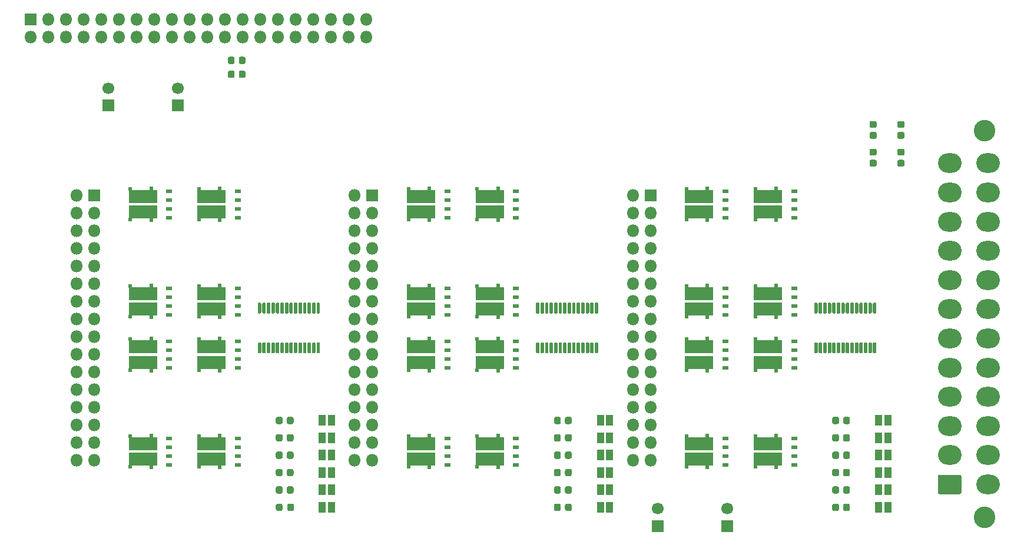
<source format=gbr>
%TF.GenerationSoftware,KiCad,Pcbnew,(5.1.6)-1*%
%TF.CreationDate,2020-07-03T16:53:40+09:00*%
%TF.ProjectId,PWM-PCA9685,50574d2d-5043-4413-9936-38352e6b6963,rev?*%
%TF.SameCoordinates,Original*%
%TF.FileFunction,Soldermask,Top*%
%TF.FilePolarity,Negative*%
%FSLAX46Y46*%
G04 Gerber Fmt 4.6, Leading zero omitted, Abs format (unit mm)*
G04 Created by KiCad (PCBNEW (5.1.6)-1) date 2020-07-03 16:53:40*
%MOMM*%
%LPD*%
G01*
G04 APERTURE LIST*
%ADD10C,1.700000*%
%ADD11R,1.700000X1.700000*%
%ADD12O,1.800000X1.800000*%
%ADD13R,1.800000X1.800000*%
%ADD14R,1.100000X1.600000*%
%ADD15R,0.610000X0.685000*%
%ADD16R,0.510000X0.570000*%
%ADD17R,4.090000X1.830000*%
%ADD18R,0.820000X0.510000*%
%ADD19C,3.100000*%
%ADD20O,3.400000X2.800000*%
G04 APERTURE END LIST*
%TO.C,R22*%
G36*
G01*
X149718750Y-47300000D02*
X150281250Y-47300000D01*
G75*
G02*
X150525000Y-47543750I0J-243750D01*
G01*
X150525000Y-48031250D01*
G75*
G02*
X150281250Y-48275000I-243750J0D01*
G01*
X149718750Y-48275000D01*
G75*
G02*
X149475000Y-48031250I0J243750D01*
G01*
X149475000Y-47543750D01*
G75*
G02*
X149718750Y-47300000I243750J0D01*
G01*
G37*
G36*
G01*
X149718750Y-45725000D02*
X150281250Y-45725000D01*
G75*
G02*
X150525000Y-45968750I0J-243750D01*
G01*
X150525000Y-46456250D01*
G75*
G02*
X150281250Y-46700000I-243750J0D01*
G01*
X149718750Y-46700000D01*
G75*
G02*
X149475000Y-46456250I0J243750D01*
G01*
X149475000Y-45968750D01*
G75*
G02*
X149718750Y-45725000I243750J0D01*
G01*
G37*
%TD*%
%TO.C,R21*%
G36*
G01*
X145718750Y-47300000D02*
X146281250Y-47300000D01*
G75*
G02*
X146525000Y-47543750I0J-243750D01*
G01*
X146525000Y-48031250D01*
G75*
G02*
X146281250Y-48275000I-243750J0D01*
G01*
X145718750Y-48275000D01*
G75*
G02*
X145475000Y-48031250I0J243750D01*
G01*
X145475000Y-47543750D01*
G75*
G02*
X145718750Y-47300000I243750J0D01*
G01*
G37*
G36*
G01*
X145718750Y-45725000D02*
X146281250Y-45725000D01*
G75*
G02*
X146525000Y-45968750I0J-243750D01*
G01*
X146525000Y-46456250D01*
G75*
G02*
X146281250Y-46700000I-243750J0D01*
G01*
X145718750Y-46700000D01*
G75*
G02*
X145475000Y-46456250I0J243750D01*
G01*
X145475000Y-45968750D01*
G75*
G02*
X145718750Y-45725000I243750J0D01*
G01*
G37*
%TD*%
%TO.C,D50*%
G36*
G01*
X149718750Y-43300000D02*
X150281250Y-43300000D01*
G75*
G02*
X150525000Y-43543750I0J-243750D01*
G01*
X150525000Y-44031250D01*
G75*
G02*
X150281250Y-44275000I-243750J0D01*
G01*
X149718750Y-44275000D01*
G75*
G02*
X149475000Y-44031250I0J243750D01*
G01*
X149475000Y-43543750D01*
G75*
G02*
X149718750Y-43300000I243750J0D01*
G01*
G37*
G36*
G01*
X149718750Y-41725000D02*
X150281250Y-41725000D01*
G75*
G02*
X150525000Y-41968750I0J-243750D01*
G01*
X150525000Y-42456250D01*
G75*
G02*
X150281250Y-42700000I-243750J0D01*
G01*
X149718750Y-42700000D01*
G75*
G02*
X149475000Y-42456250I0J243750D01*
G01*
X149475000Y-41968750D01*
G75*
G02*
X149718750Y-41725000I243750J0D01*
G01*
G37*
%TD*%
%TO.C,D49*%
G36*
G01*
X145718750Y-43300000D02*
X146281250Y-43300000D01*
G75*
G02*
X146525000Y-43543750I0J-243750D01*
G01*
X146525000Y-44031250D01*
G75*
G02*
X146281250Y-44275000I-243750J0D01*
G01*
X145718750Y-44275000D01*
G75*
G02*
X145475000Y-44031250I0J243750D01*
G01*
X145475000Y-43543750D01*
G75*
G02*
X145718750Y-43300000I243750J0D01*
G01*
G37*
G36*
G01*
X145718750Y-41725000D02*
X146281250Y-41725000D01*
G75*
G02*
X146525000Y-41968750I0J-243750D01*
G01*
X146525000Y-42456250D01*
G75*
G02*
X146281250Y-42700000I-243750J0D01*
G01*
X145718750Y-42700000D01*
G75*
G02*
X145475000Y-42456250I0J243750D01*
G01*
X145475000Y-41968750D01*
G75*
G02*
X145718750Y-41725000I243750J0D01*
G01*
G37*
%TD*%
D10*
%TO.C,C4*%
X46000000Y-37000000D03*
D11*
X46000000Y-39500000D03*
%TD*%
D10*
%TO.C,C3*%
X36000000Y-37000000D03*
D11*
X36000000Y-39500000D03*
%TD*%
D10*
%TO.C,C2*%
X125000000Y-97500000D03*
D11*
X125000000Y-100000000D03*
%TD*%
D10*
%TO.C,C1*%
X115000000Y-97500000D03*
D11*
X115000000Y-100000000D03*
%TD*%
D12*
%TO.C,J4*%
X73130000Y-29620000D03*
X73130000Y-27080000D03*
X70590000Y-29620000D03*
X70590000Y-27080000D03*
X68050000Y-29620000D03*
X68050000Y-27080000D03*
X65510000Y-29620000D03*
X65510000Y-27080000D03*
X62970000Y-29620000D03*
X62970000Y-27080000D03*
X60430000Y-29620000D03*
X60430000Y-27080000D03*
X57890000Y-29620000D03*
X57890000Y-27080000D03*
X55350000Y-29620000D03*
X55350000Y-27080000D03*
X52810000Y-29620000D03*
X52810000Y-27080000D03*
X50270000Y-29620000D03*
X50270000Y-27080000D03*
X47730000Y-29620000D03*
X47730000Y-27080000D03*
X45190000Y-29620000D03*
X45190000Y-27080000D03*
X42650000Y-29620000D03*
X42650000Y-27080000D03*
X40110000Y-29620000D03*
X40110000Y-27080000D03*
X37570000Y-29620000D03*
X37570000Y-27080000D03*
X35030000Y-29620000D03*
X35030000Y-27080000D03*
X32490000Y-29620000D03*
X32490000Y-27080000D03*
X29950000Y-29620000D03*
X29950000Y-27080000D03*
X27410000Y-29620000D03*
X27410000Y-27080000D03*
X24870000Y-29620000D03*
D13*
X24870000Y-27080000D03*
%TD*%
D12*
%TO.C,J1*%
X31460000Y-90550000D03*
X34000000Y-90550000D03*
X31460000Y-88010000D03*
X34000000Y-88010000D03*
X31460000Y-85470000D03*
X34000000Y-85470000D03*
X31460000Y-82930000D03*
X34000000Y-82930000D03*
X31460000Y-80390000D03*
X34000000Y-80390000D03*
X31460000Y-77850000D03*
X34000000Y-77850000D03*
X31460000Y-75310000D03*
X34000000Y-75310000D03*
X31460000Y-72770000D03*
X34000000Y-72770000D03*
X31460000Y-70230000D03*
X34000000Y-70230000D03*
X31460000Y-67690000D03*
X34000000Y-67690000D03*
X31460000Y-65150000D03*
X34000000Y-65150000D03*
X31460000Y-62610000D03*
X34000000Y-62610000D03*
X31460000Y-60070000D03*
X34000000Y-60070000D03*
X31460000Y-57530000D03*
X34000000Y-57530000D03*
X31460000Y-54990000D03*
X34000000Y-54990000D03*
X31460000Y-52450000D03*
D13*
X34000000Y-52450000D03*
%TD*%
D12*
%TO.C,J2*%
X71460000Y-90550000D03*
X74000000Y-90550000D03*
X71460000Y-88010000D03*
X74000000Y-88010000D03*
X71460000Y-85470000D03*
X74000000Y-85470000D03*
X71460000Y-82930000D03*
X74000000Y-82930000D03*
X71460000Y-80390000D03*
X74000000Y-80390000D03*
X71460000Y-77850000D03*
X74000000Y-77850000D03*
X71460000Y-75310000D03*
X74000000Y-75310000D03*
X71460000Y-72770000D03*
X74000000Y-72770000D03*
X71460000Y-70230000D03*
X74000000Y-70230000D03*
X71460000Y-67690000D03*
X74000000Y-67690000D03*
X71460000Y-65150000D03*
X74000000Y-65150000D03*
X71460000Y-62610000D03*
X74000000Y-62610000D03*
X71460000Y-60070000D03*
X74000000Y-60070000D03*
X71460000Y-57530000D03*
X74000000Y-57530000D03*
X71460000Y-54990000D03*
X74000000Y-54990000D03*
X71460000Y-52450000D03*
D13*
X74000000Y-52450000D03*
%TD*%
D12*
%TO.C,J3*%
X111460000Y-90550000D03*
X114000000Y-90550000D03*
X111460000Y-88010000D03*
X114000000Y-88010000D03*
X111460000Y-85470000D03*
X114000000Y-85470000D03*
X111460000Y-82930000D03*
X114000000Y-82930000D03*
X111460000Y-80390000D03*
X114000000Y-80390000D03*
X111460000Y-77850000D03*
X114000000Y-77850000D03*
X111460000Y-75310000D03*
X114000000Y-75310000D03*
X111460000Y-72770000D03*
X114000000Y-72770000D03*
X111460000Y-70230000D03*
X114000000Y-70230000D03*
X111460000Y-67690000D03*
X114000000Y-67690000D03*
X111460000Y-65150000D03*
X114000000Y-65150000D03*
X111460000Y-62610000D03*
X114000000Y-62610000D03*
X111460000Y-60070000D03*
X114000000Y-60070000D03*
X111460000Y-57530000D03*
X114000000Y-57530000D03*
X111460000Y-54990000D03*
X114000000Y-54990000D03*
X111460000Y-52450000D03*
D13*
X114000000Y-52450000D03*
%TD*%
D14*
%TO.C,JP18*%
X148100000Y-84800000D03*
X146800000Y-84800000D03*
%TD*%
%TO.C,JP17*%
X148100000Y-87300000D03*
X146800000Y-87300000D03*
%TD*%
%TO.C,JP16*%
X148100000Y-89800000D03*
X146800000Y-89800000D03*
%TD*%
%TO.C,JP15*%
X148100000Y-92300000D03*
X146800000Y-92300000D03*
%TD*%
%TO.C,JP14*%
X148100000Y-94800000D03*
X146800000Y-94800000D03*
%TD*%
%TO.C,JP13*%
X148100000Y-97300000D03*
X146800000Y-97300000D03*
%TD*%
%TO.C,JP12*%
X108100000Y-84800000D03*
X106800000Y-84800000D03*
%TD*%
%TO.C,JP11*%
X108100000Y-87300000D03*
X106800000Y-87300000D03*
%TD*%
%TO.C,JP10*%
X108100000Y-89800000D03*
X106800000Y-89800000D03*
%TD*%
%TO.C,JP9*%
X108100000Y-92300000D03*
X106800000Y-92300000D03*
%TD*%
%TO.C,JP8*%
X108100000Y-94800000D03*
X106800000Y-94800000D03*
%TD*%
%TO.C,JP7*%
X108100000Y-97300000D03*
X106800000Y-97300000D03*
%TD*%
%TO.C,JP6*%
X68100000Y-84800000D03*
X66800000Y-84800000D03*
%TD*%
%TO.C,JP5*%
X68100000Y-87300000D03*
X66800000Y-87300000D03*
%TD*%
%TO.C,JP4*%
X68100000Y-89800000D03*
X66800000Y-89800000D03*
%TD*%
%TO.C,JP3*%
X68100000Y-92300000D03*
X66800000Y-92300000D03*
%TD*%
%TO.C,JP2*%
X68100000Y-94800000D03*
X66800000Y-94800000D03*
%TD*%
%TO.C,JP1*%
X68100000Y-97300000D03*
X66800000Y-97300000D03*
%TD*%
%TO.C,U1*%
G36*
G01*
X57900000Y-69425000D02*
X57650000Y-69425000D01*
G75*
G02*
X57525000Y-69300000I0J125000D01*
G01*
X57525000Y-67975000D01*
G75*
G02*
X57650000Y-67850000I125000J0D01*
G01*
X57900000Y-67850000D01*
G75*
G02*
X58025000Y-67975000I0J-125000D01*
G01*
X58025000Y-69300000D01*
G75*
G02*
X57900000Y-69425000I-125000J0D01*
G01*
G37*
G36*
G01*
X58550000Y-69425000D02*
X58300000Y-69425000D01*
G75*
G02*
X58175000Y-69300000I0J125000D01*
G01*
X58175000Y-67975000D01*
G75*
G02*
X58300000Y-67850000I125000J0D01*
G01*
X58550000Y-67850000D01*
G75*
G02*
X58675000Y-67975000I0J-125000D01*
G01*
X58675000Y-69300000D01*
G75*
G02*
X58550000Y-69425000I-125000J0D01*
G01*
G37*
G36*
G01*
X59200000Y-69425000D02*
X58950000Y-69425000D01*
G75*
G02*
X58825000Y-69300000I0J125000D01*
G01*
X58825000Y-67975000D01*
G75*
G02*
X58950000Y-67850000I125000J0D01*
G01*
X59200000Y-67850000D01*
G75*
G02*
X59325000Y-67975000I0J-125000D01*
G01*
X59325000Y-69300000D01*
G75*
G02*
X59200000Y-69425000I-125000J0D01*
G01*
G37*
G36*
G01*
X59850000Y-69425000D02*
X59600000Y-69425000D01*
G75*
G02*
X59475000Y-69300000I0J125000D01*
G01*
X59475000Y-67975000D01*
G75*
G02*
X59600000Y-67850000I125000J0D01*
G01*
X59850000Y-67850000D01*
G75*
G02*
X59975000Y-67975000I0J-125000D01*
G01*
X59975000Y-69300000D01*
G75*
G02*
X59850000Y-69425000I-125000J0D01*
G01*
G37*
G36*
G01*
X60500000Y-69425000D02*
X60250000Y-69425000D01*
G75*
G02*
X60125000Y-69300000I0J125000D01*
G01*
X60125000Y-67975000D01*
G75*
G02*
X60250000Y-67850000I125000J0D01*
G01*
X60500000Y-67850000D01*
G75*
G02*
X60625000Y-67975000I0J-125000D01*
G01*
X60625000Y-69300000D01*
G75*
G02*
X60500000Y-69425000I-125000J0D01*
G01*
G37*
G36*
G01*
X61150000Y-69425000D02*
X60900000Y-69425000D01*
G75*
G02*
X60775000Y-69300000I0J125000D01*
G01*
X60775000Y-67975000D01*
G75*
G02*
X60900000Y-67850000I125000J0D01*
G01*
X61150000Y-67850000D01*
G75*
G02*
X61275000Y-67975000I0J-125000D01*
G01*
X61275000Y-69300000D01*
G75*
G02*
X61150000Y-69425000I-125000J0D01*
G01*
G37*
G36*
G01*
X61800000Y-69425000D02*
X61550000Y-69425000D01*
G75*
G02*
X61425000Y-69300000I0J125000D01*
G01*
X61425000Y-67975000D01*
G75*
G02*
X61550000Y-67850000I125000J0D01*
G01*
X61800000Y-67850000D01*
G75*
G02*
X61925000Y-67975000I0J-125000D01*
G01*
X61925000Y-69300000D01*
G75*
G02*
X61800000Y-69425000I-125000J0D01*
G01*
G37*
G36*
G01*
X62450000Y-69425000D02*
X62200000Y-69425000D01*
G75*
G02*
X62075000Y-69300000I0J125000D01*
G01*
X62075000Y-67975000D01*
G75*
G02*
X62200000Y-67850000I125000J0D01*
G01*
X62450000Y-67850000D01*
G75*
G02*
X62575000Y-67975000I0J-125000D01*
G01*
X62575000Y-69300000D01*
G75*
G02*
X62450000Y-69425000I-125000J0D01*
G01*
G37*
G36*
G01*
X63100000Y-69425000D02*
X62850000Y-69425000D01*
G75*
G02*
X62725000Y-69300000I0J125000D01*
G01*
X62725000Y-67975000D01*
G75*
G02*
X62850000Y-67850000I125000J0D01*
G01*
X63100000Y-67850000D01*
G75*
G02*
X63225000Y-67975000I0J-125000D01*
G01*
X63225000Y-69300000D01*
G75*
G02*
X63100000Y-69425000I-125000J0D01*
G01*
G37*
G36*
G01*
X63750000Y-69425000D02*
X63500000Y-69425000D01*
G75*
G02*
X63375000Y-69300000I0J125000D01*
G01*
X63375000Y-67975000D01*
G75*
G02*
X63500000Y-67850000I125000J0D01*
G01*
X63750000Y-67850000D01*
G75*
G02*
X63875000Y-67975000I0J-125000D01*
G01*
X63875000Y-69300000D01*
G75*
G02*
X63750000Y-69425000I-125000J0D01*
G01*
G37*
G36*
G01*
X64400000Y-69425000D02*
X64150000Y-69425000D01*
G75*
G02*
X64025000Y-69300000I0J125000D01*
G01*
X64025000Y-67975000D01*
G75*
G02*
X64150000Y-67850000I125000J0D01*
G01*
X64400000Y-67850000D01*
G75*
G02*
X64525000Y-67975000I0J-125000D01*
G01*
X64525000Y-69300000D01*
G75*
G02*
X64400000Y-69425000I-125000J0D01*
G01*
G37*
G36*
G01*
X65050000Y-69425000D02*
X64800000Y-69425000D01*
G75*
G02*
X64675000Y-69300000I0J125000D01*
G01*
X64675000Y-67975000D01*
G75*
G02*
X64800000Y-67850000I125000J0D01*
G01*
X65050000Y-67850000D01*
G75*
G02*
X65175000Y-67975000I0J-125000D01*
G01*
X65175000Y-69300000D01*
G75*
G02*
X65050000Y-69425000I-125000J0D01*
G01*
G37*
G36*
G01*
X65700000Y-69425000D02*
X65450000Y-69425000D01*
G75*
G02*
X65325000Y-69300000I0J125000D01*
G01*
X65325000Y-67975000D01*
G75*
G02*
X65450000Y-67850000I125000J0D01*
G01*
X65700000Y-67850000D01*
G75*
G02*
X65825000Y-67975000I0J-125000D01*
G01*
X65825000Y-69300000D01*
G75*
G02*
X65700000Y-69425000I-125000J0D01*
G01*
G37*
G36*
G01*
X66350000Y-69425000D02*
X66100000Y-69425000D01*
G75*
G02*
X65975000Y-69300000I0J125000D01*
G01*
X65975000Y-67975000D01*
G75*
G02*
X66100000Y-67850000I125000J0D01*
G01*
X66350000Y-67850000D01*
G75*
G02*
X66475000Y-67975000I0J-125000D01*
G01*
X66475000Y-69300000D01*
G75*
G02*
X66350000Y-69425000I-125000J0D01*
G01*
G37*
G36*
G01*
X66350000Y-75150000D02*
X66100000Y-75150000D01*
G75*
G02*
X65975000Y-75025000I0J125000D01*
G01*
X65975000Y-73700000D01*
G75*
G02*
X66100000Y-73575000I125000J0D01*
G01*
X66350000Y-73575000D01*
G75*
G02*
X66475000Y-73700000I0J-125000D01*
G01*
X66475000Y-75025000D01*
G75*
G02*
X66350000Y-75150000I-125000J0D01*
G01*
G37*
G36*
G01*
X65700000Y-75150000D02*
X65450000Y-75150000D01*
G75*
G02*
X65325000Y-75025000I0J125000D01*
G01*
X65325000Y-73700000D01*
G75*
G02*
X65450000Y-73575000I125000J0D01*
G01*
X65700000Y-73575000D01*
G75*
G02*
X65825000Y-73700000I0J-125000D01*
G01*
X65825000Y-75025000D01*
G75*
G02*
X65700000Y-75150000I-125000J0D01*
G01*
G37*
G36*
G01*
X65050000Y-75150000D02*
X64800000Y-75150000D01*
G75*
G02*
X64675000Y-75025000I0J125000D01*
G01*
X64675000Y-73700000D01*
G75*
G02*
X64800000Y-73575000I125000J0D01*
G01*
X65050000Y-73575000D01*
G75*
G02*
X65175000Y-73700000I0J-125000D01*
G01*
X65175000Y-75025000D01*
G75*
G02*
X65050000Y-75150000I-125000J0D01*
G01*
G37*
G36*
G01*
X64400000Y-75150000D02*
X64150000Y-75150000D01*
G75*
G02*
X64025000Y-75025000I0J125000D01*
G01*
X64025000Y-73700000D01*
G75*
G02*
X64150000Y-73575000I125000J0D01*
G01*
X64400000Y-73575000D01*
G75*
G02*
X64525000Y-73700000I0J-125000D01*
G01*
X64525000Y-75025000D01*
G75*
G02*
X64400000Y-75150000I-125000J0D01*
G01*
G37*
G36*
G01*
X63750000Y-75150000D02*
X63500000Y-75150000D01*
G75*
G02*
X63375000Y-75025000I0J125000D01*
G01*
X63375000Y-73700000D01*
G75*
G02*
X63500000Y-73575000I125000J0D01*
G01*
X63750000Y-73575000D01*
G75*
G02*
X63875000Y-73700000I0J-125000D01*
G01*
X63875000Y-75025000D01*
G75*
G02*
X63750000Y-75150000I-125000J0D01*
G01*
G37*
G36*
G01*
X63100000Y-75150000D02*
X62850000Y-75150000D01*
G75*
G02*
X62725000Y-75025000I0J125000D01*
G01*
X62725000Y-73700000D01*
G75*
G02*
X62850000Y-73575000I125000J0D01*
G01*
X63100000Y-73575000D01*
G75*
G02*
X63225000Y-73700000I0J-125000D01*
G01*
X63225000Y-75025000D01*
G75*
G02*
X63100000Y-75150000I-125000J0D01*
G01*
G37*
G36*
G01*
X62450000Y-75150000D02*
X62200000Y-75150000D01*
G75*
G02*
X62075000Y-75025000I0J125000D01*
G01*
X62075000Y-73700000D01*
G75*
G02*
X62200000Y-73575000I125000J0D01*
G01*
X62450000Y-73575000D01*
G75*
G02*
X62575000Y-73700000I0J-125000D01*
G01*
X62575000Y-75025000D01*
G75*
G02*
X62450000Y-75150000I-125000J0D01*
G01*
G37*
G36*
G01*
X61800000Y-75150000D02*
X61550000Y-75150000D01*
G75*
G02*
X61425000Y-75025000I0J125000D01*
G01*
X61425000Y-73700000D01*
G75*
G02*
X61550000Y-73575000I125000J0D01*
G01*
X61800000Y-73575000D01*
G75*
G02*
X61925000Y-73700000I0J-125000D01*
G01*
X61925000Y-75025000D01*
G75*
G02*
X61800000Y-75150000I-125000J0D01*
G01*
G37*
G36*
G01*
X61150000Y-75150000D02*
X60900000Y-75150000D01*
G75*
G02*
X60775000Y-75025000I0J125000D01*
G01*
X60775000Y-73700000D01*
G75*
G02*
X60900000Y-73575000I125000J0D01*
G01*
X61150000Y-73575000D01*
G75*
G02*
X61275000Y-73700000I0J-125000D01*
G01*
X61275000Y-75025000D01*
G75*
G02*
X61150000Y-75150000I-125000J0D01*
G01*
G37*
G36*
G01*
X60500000Y-75150000D02*
X60250000Y-75150000D01*
G75*
G02*
X60125000Y-75025000I0J125000D01*
G01*
X60125000Y-73700000D01*
G75*
G02*
X60250000Y-73575000I125000J0D01*
G01*
X60500000Y-73575000D01*
G75*
G02*
X60625000Y-73700000I0J-125000D01*
G01*
X60625000Y-75025000D01*
G75*
G02*
X60500000Y-75150000I-125000J0D01*
G01*
G37*
G36*
G01*
X59850000Y-75150000D02*
X59600000Y-75150000D01*
G75*
G02*
X59475000Y-75025000I0J125000D01*
G01*
X59475000Y-73700000D01*
G75*
G02*
X59600000Y-73575000I125000J0D01*
G01*
X59850000Y-73575000D01*
G75*
G02*
X59975000Y-73700000I0J-125000D01*
G01*
X59975000Y-75025000D01*
G75*
G02*
X59850000Y-75150000I-125000J0D01*
G01*
G37*
G36*
G01*
X59200000Y-75150000D02*
X58950000Y-75150000D01*
G75*
G02*
X58825000Y-75025000I0J125000D01*
G01*
X58825000Y-73700000D01*
G75*
G02*
X58950000Y-73575000I125000J0D01*
G01*
X59200000Y-73575000D01*
G75*
G02*
X59325000Y-73700000I0J-125000D01*
G01*
X59325000Y-75025000D01*
G75*
G02*
X59200000Y-75150000I-125000J0D01*
G01*
G37*
G36*
G01*
X58550000Y-75150000D02*
X58300000Y-75150000D01*
G75*
G02*
X58175000Y-75025000I0J125000D01*
G01*
X58175000Y-73700000D01*
G75*
G02*
X58300000Y-73575000I125000J0D01*
G01*
X58550000Y-73575000D01*
G75*
G02*
X58675000Y-73700000I0J-125000D01*
G01*
X58675000Y-75025000D01*
G75*
G02*
X58550000Y-75150000I-125000J0D01*
G01*
G37*
G36*
G01*
X57900000Y-75150000D02*
X57650000Y-75150000D01*
G75*
G02*
X57525000Y-75025000I0J125000D01*
G01*
X57525000Y-73700000D01*
G75*
G02*
X57650000Y-73575000I125000J0D01*
G01*
X57900000Y-73575000D01*
G75*
G02*
X58025000Y-73700000I0J-125000D01*
G01*
X58025000Y-75025000D01*
G75*
G02*
X57900000Y-75150000I-125000J0D01*
G01*
G37*
%TD*%
%TO.C,U3*%
G36*
G01*
X137900000Y-69425000D02*
X137650000Y-69425000D01*
G75*
G02*
X137525000Y-69300000I0J125000D01*
G01*
X137525000Y-67975000D01*
G75*
G02*
X137650000Y-67850000I125000J0D01*
G01*
X137900000Y-67850000D01*
G75*
G02*
X138025000Y-67975000I0J-125000D01*
G01*
X138025000Y-69300000D01*
G75*
G02*
X137900000Y-69425000I-125000J0D01*
G01*
G37*
G36*
G01*
X138550000Y-69425000D02*
X138300000Y-69425000D01*
G75*
G02*
X138175000Y-69300000I0J125000D01*
G01*
X138175000Y-67975000D01*
G75*
G02*
X138300000Y-67850000I125000J0D01*
G01*
X138550000Y-67850000D01*
G75*
G02*
X138675000Y-67975000I0J-125000D01*
G01*
X138675000Y-69300000D01*
G75*
G02*
X138550000Y-69425000I-125000J0D01*
G01*
G37*
G36*
G01*
X139200000Y-69425000D02*
X138950000Y-69425000D01*
G75*
G02*
X138825000Y-69300000I0J125000D01*
G01*
X138825000Y-67975000D01*
G75*
G02*
X138950000Y-67850000I125000J0D01*
G01*
X139200000Y-67850000D01*
G75*
G02*
X139325000Y-67975000I0J-125000D01*
G01*
X139325000Y-69300000D01*
G75*
G02*
X139200000Y-69425000I-125000J0D01*
G01*
G37*
G36*
G01*
X139850000Y-69425000D02*
X139600000Y-69425000D01*
G75*
G02*
X139475000Y-69300000I0J125000D01*
G01*
X139475000Y-67975000D01*
G75*
G02*
X139600000Y-67850000I125000J0D01*
G01*
X139850000Y-67850000D01*
G75*
G02*
X139975000Y-67975000I0J-125000D01*
G01*
X139975000Y-69300000D01*
G75*
G02*
X139850000Y-69425000I-125000J0D01*
G01*
G37*
G36*
G01*
X140500000Y-69425000D02*
X140250000Y-69425000D01*
G75*
G02*
X140125000Y-69300000I0J125000D01*
G01*
X140125000Y-67975000D01*
G75*
G02*
X140250000Y-67850000I125000J0D01*
G01*
X140500000Y-67850000D01*
G75*
G02*
X140625000Y-67975000I0J-125000D01*
G01*
X140625000Y-69300000D01*
G75*
G02*
X140500000Y-69425000I-125000J0D01*
G01*
G37*
G36*
G01*
X141150000Y-69425000D02*
X140900000Y-69425000D01*
G75*
G02*
X140775000Y-69300000I0J125000D01*
G01*
X140775000Y-67975000D01*
G75*
G02*
X140900000Y-67850000I125000J0D01*
G01*
X141150000Y-67850000D01*
G75*
G02*
X141275000Y-67975000I0J-125000D01*
G01*
X141275000Y-69300000D01*
G75*
G02*
X141150000Y-69425000I-125000J0D01*
G01*
G37*
G36*
G01*
X141800000Y-69425000D02*
X141550000Y-69425000D01*
G75*
G02*
X141425000Y-69300000I0J125000D01*
G01*
X141425000Y-67975000D01*
G75*
G02*
X141550000Y-67850000I125000J0D01*
G01*
X141800000Y-67850000D01*
G75*
G02*
X141925000Y-67975000I0J-125000D01*
G01*
X141925000Y-69300000D01*
G75*
G02*
X141800000Y-69425000I-125000J0D01*
G01*
G37*
G36*
G01*
X142450000Y-69425000D02*
X142200000Y-69425000D01*
G75*
G02*
X142075000Y-69300000I0J125000D01*
G01*
X142075000Y-67975000D01*
G75*
G02*
X142200000Y-67850000I125000J0D01*
G01*
X142450000Y-67850000D01*
G75*
G02*
X142575000Y-67975000I0J-125000D01*
G01*
X142575000Y-69300000D01*
G75*
G02*
X142450000Y-69425000I-125000J0D01*
G01*
G37*
G36*
G01*
X143100000Y-69425000D02*
X142850000Y-69425000D01*
G75*
G02*
X142725000Y-69300000I0J125000D01*
G01*
X142725000Y-67975000D01*
G75*
G02*
X142850000Y-67850000I125000J0D01*
G01*
X143100000Y-67850000D01*
G75*
G02*
X143225000Y-67975000I0J-125000D01*
G01*
X143225000Y-69300000D01*
G75*
G02*
X143100000Y-69425000I-125000J0D01*
G01*
G37*
G36*
G01*
X143750000Y-69425000D02*
X143500000Y-69425000D01*
G75*
G02*
X143375000Y-69300000I0J125000D01*
G01*
X143375000Y-67975000D01*
G75*
G02*
X143500000Y-67850000I125000J0D01*
G01*
X143750000Y-67850000D01*
G75*
G02*
X143875000Y-67975000I0J-125000D01*
G01*
X143875000Y-69300000D01*
G75*
G02*
X143750000Y-69425000I-125000J0D01*
G01*
G37*
G36*
G01*
X144400000Y-69425000D02*
X144150000Y-69425000D01*
G75*
G02*
X144025000Y-69300000I0J125000D01*
G01*
X144025000Y-67975000D01*
G75*
G02*
X144150000Y-67850000I125000J0D01*
G01*
X144400000Y-67850000D01*
G75*
G02*
X144525000Y-67975000I0J-125000D01*
G01*
X144525000Y-69300000D01*
G75*
G02*
X144400000Y-69425000I-125000J0D01*
G01*
G37*
G36*
G01*
X145050000Y-69425000D02*
X144800000Y-69425000D01*
G75*
G02*
X144675000Y-69300000I0J125000D01*
G01*
X144675000Y-67975000D01*
G75*
G02*
X144800000Y-67850000I125000J0D01*
G01*
X145050000Y-67850000D01*
G75*
G02*
X145175000Y-67975000I0J-125000D01*
G01*
X145175000Y-69300000D01*
G75*
G02*
X145050000Y-69425000I-125000J0D01*
G01*
G37*
G36*
G01*
X145700000Y-69425000D02*
X145450000Y-69425000D01*
G75*
G02*
X145325000Y-69300000I0J125000D01*
G01*
X145325000Y-67975000D01*
G75*
G02*
X145450000Y-67850000I125000J0D01*
G01*
X145700000Y-67850000D01*
G75*
G02*
X145825000Y-67975000I0J-125000D01*
G01*
X145825000Y-69300000D01*
G75*
G02*
X145700000Y-69425000I-125000J0D01*
G01*
G37*
G36*
G01*
X146350000Y-69425000D02*
X146100000Y-69425000D01*
G75*
G02*
X145975000Y-69300000I0J125000D01*
G01*
X145975000Y-67975000D01*
G75*
G02*
X146100000Y-67850000I125000J0D01*
G01*
X146350000Y-67850000D01*
G75*
G02*
X146475000Y-67975000I0J-125000D01*
G01*
X146475000Y-69300000D01*
G75*
G02*
X146350000Y-69425000I-125000J0D01*
G01*
G37*
G36*
G01*
X146350000Y-75150000D02*
X146100000Y-75150000D01*
G75*
G02*
X145975000Y-75025000I0J125000D01*
G01*
X145975000Y-73700000D01*
G75*
G02*
X146100000Y-73575000I125000J0D01*
G01*
X146350000Y-73575000D01*
G75*
G02*
X146475000Y-73700000I0J-125000D01*
G01*
X146475000Y-75025000D01*
G75*
G02*
X146350000Y-75150000I-125000J0D01*
G01*
G37*
G36*
G01*
X145700000Y-75150000D02*
X145450000Y-75150000D01*
G75*
G02*
X145325000Y-75025000I0J125000D01*
G01*
X145325000Y-73700000D01*
G75*
G02*
X145450000Y-73575000I125000J0D01*
G01*
X145700000Y-73575000D01*
G75*
G02*
X145825000Y-73700000I0J-125000D01*
G01*
X145825000Y-75025000D01*
G75*
G02*
X145700000Y-75150000I-125000J0D01*
G01*
G37*
G36*
G01*
X145050000Y-75150000D02*
X144800000Y-75150000D01*
G75*
G02*
X144675000Y-75025000I0J125000D01*
G01*
X144675000Y-73700000D01*
G75*
G02*
X144800000Y-73575000I125000J0D01*
G01*
X145050000Y-73575000D01*
G75*
G02*
X145175000Y-73700000I0J-125000D01*
G01*
X145175000Y-75025000D01*
G75*
G02*
X145050000Y-75150000I-125000J0D01*
G01*
G37*
G36*
G01*
X144400000Y-75150000D02*
X144150000Y-75150000D01*
G75*
G02*
X144025000Y-75025000I0J125000D01*
G01*
X144025000Y-73700000D01*
G75*
G02*
X144150000Y-73575000I125000J0D01*
G01*
X144400000Y-73575000D01*
G75*
G02*
X144525000Y-73700000I0J-125000D01*
G01*
X144525000Y-75025000D01*
G75*
G02*
X144400000Y-75150000I-125000J0D01*
G01*
G37*
G36*
G01*
X143750000Y-75150000D02*
X143500000Y-75150000D01*
G75*
G02*
X143375000Y-75025000I0J125000D01*
G01*
X143375000Y-73700000D01*
G75*
G02*
X143500000Y-73575000I125000J0D01*
G01*
X143750000Y-73575000D01*
G75*
G02*
X143875000Y-73700000I0J-125000D01*
G01*
X143875000Y-75025000D01*
G75*
G02*
X143750000Y-75150000I-125000J0D01*
G01*
G37*
G36*
G01*
X143100000Y-75150000D02*
X142850000Y-75150000D01*
G75*
G02*
X142725000Y-75025000I0J125000D01*
G01*
X142725000Y-73700000D01*
G75*
G02*
X142850000Y-73575000I125000J0D01*
G01*
X143100000Y-73575000D01*
G75*
G02*
X143225000Y-73700000I0J-125000D01*
G01*
X143225000Y-75025000D01*
G75*
G02*
X143100000Y-75150000I-125000J0D01*
G01*
G37*
G36*
G01*
X142450000Y-75150000D02*
X142200000Y-75150000D01*
G75*
G02*
X142075000Y-75025000I0J125000D01*
G01*
X142075000Y-73700000D01*
G75*
G02*
X142200000Y-73575000I125000J0D01*
G01*
X142450000Y-73575000D01*
G75*
G02*
X142575000Y-73700000I0J-125000D01*
G01*
X142575000Y-75025000D01*
G75*
G02*
X142450000Y-75150000I-125000J0D01*
G01*
G37*
G36*
G01*
X141800000Y-75150000D02*
X141550000Y-75150000D01*
G75*
G02*
X141425000Y-75025000I0J125000D01*
G01*
X141425000Y-73700000D01*
G75*
G02*
X141550000Y-73575000I125000J0D01*
G01*
X141800000Y-73575000D01*
G75*
G02*
X141925000Y-73700000I0J-125000D01*
G01*
X141925000Y-75025000D01*
G75*
G02*
X141800000Y-75150000I-125000J0D01*
G01*
G37*
G36*
G01*
X141150000Y-75150000D02*
X140900000Y-75150000D01*
G75*
G02*
X140775000Y-75025000I0J125000D01*
G01*
X140775000Y-73700000D01*
G75*
G02*
X140900000Y-73575000I125000J0D01*
G01*
X141150000Y-73575000D01*
G75*
G02*
X141275000Y-73700000I0J-125000D01*
G01*
X141275000Y-75025000D01*
G75*
G02*
X141150000Y-75150000I-125000J0D01*
G01*
G37*
G36*
G01*
X140500000Y-75150000D02*
X140250000Y-75150000D01*
G75*
G02*
X140125000Y-75025000I0J125000D01*
G01*
X140125000Y-73700000D01*
G75*
G02*
X140250000Y-73575000I125000J0D01*
G01*
X140500000Y-73575000D01*
G75*
G02*
X140625000Y-73700000I0J-125000D01*
G01*
X140625000Y-75025000D01*
G75*
G02*
X140500000Y-75150000I-125000J0D01*
G01*
G37*
G36*
G01*
X139850000Y-75150000D02*
X139600000Y-75150000D01*
G75*
G02*
X139475000Y-75025000I0J125000D01*
G01*
X139475000Y-73700000D01*
G75*
G02*
X139600000Y-73575000I125000J0D01*
G01*
X139850000Y-73575000D01*
G75*
G02*
X139975000Y-73700000I0J-125000D01*
G01*
X139975000Y-75025000D01*
G75*
G02*
X139850000Y-75150000I-125000J0D01*
G01*
G37*
G36*
G01*
X139200000Y-75150000D02*
X138950000Y-75150000D01*
G75*
G02*
X138825000Y-75025000I0J125000D01*
G01*
X138825000Y-73700000D01*
G75*
G02*
X138950000Y-73575000I125000J0D01*
G01*
X139200000Y-73575000D01*
G75*
G02*
X139325000Y-73700000I0J-125000D01*
G01*
X139325000Y-75025000D01*
G75*
G02*
X139200000Y-75150000I-125000J0D01*
G01*
G37*
G36*
G01*
X138550000Y-75150000D02*
X138300000Y-75150000D01*
G75*
G02*
X138175000Y-75025000I0J125000D01*
G01*
X138175000Y-73700000D01*
G75*
G02*
X138300000Y-73575000I125000J0D01*
G01*
X138550000Y-73575000D01*
G75*
G02*
X138675000Y-73700000I0J-125000D01*
G01*
X138675000Y-75025000D01*
G75*
G02*
X138550000Y-75150000I-125000J0D01*
G01*
G37*
G36*
G01*
X137900000Y-75150000D02*
X137650000Y-75150000D01*
G75*
G02*
X137525000Y-75025000I0J125000D01*
G01*
X137525000Y-73700000D01*
G75*
G02*
X137650000Y-73575000I125000J0D01*
G01*
X137900000Y-73575000D01*
G75*
G02*
X138025000Y-73700000I0J-125000D01*
G01*
X138025000Y-75025000D01*
G75*
G02*
X137900000Y-75150000I-125000J0D01*
G01*
G37*
%TD*%
%TO.C,U2*%
G36*
G01*
X97900000Y-69425000D02*
X97650000Y-69425000D01*
G75*
G02*
X97525000Y-69300000I0J125000D01*
G01*
X97525000Y-67975000D01*
G75*
G02*
X97650000Y-67850000I125000J0D01*
G01*
X97900000Y-67850000D01*
G75*
G02*
X98025000Y-67975000I0J-125000D01*
G01*
X98025000Y-69300000D01*
G75*
G02*
X97900000Y-69425000I-125000J0D01*
G01*
G37*
G36*
G01*
X98550000Y-69425000D02*
X98300000Y-69425000D01*
G75*
G02*
X98175000Y-69300000I0J125000D01*
G01*
X98175000Y-67975000D01*
G75*
G02*
X98300000Y-67850000I125000J0D01*
G01*
X98550000Y-67850000D01*
G75*
G02*
X98675000Y-67975000I0J-125000D01*
G01*
X98675000Y-69300000D01*
G75*
G02*
X98550000Y-69425000I-125000J0D01*
G01*
G37*
G36*
G01*
X99200000Y-69425000D02*
X98950000Y-69425000D01*
G75*
G02*
X98825000Y-69300000I0J125000D01*
G01*
X98825000Y-67975000D01*
G75*
G02*
X98950000Y-67850000I125000J0D01*
G01*
X99200000Y-67850000D01*
G75*
G02*
X99325000Y-67975000I0J-125000D01*
G01*
X99325000Y-69300000D01*
G75*
G02*
X99200000Y-69425000I-125000J0D01*
G01*
G37*
G36*
G01*
X99850000Y-69425000D02*
X99600000Y-69425000D01*
G75*
G02*
X99475000Y-69300000I0J125000D01*
G01*
X99475000Y-67975000D01*
G75*
G02*
X99600000Y-67850000I125000J0D01*
G01*
X99850000Y-67850000D01*
G75*
G02*
X99975000Y-67975000I0J-125000D01*
G01*
X99975000Y-69300000D01*
G75*
G02*
X99850000Y-69425000I-125000J0D01*
G01*
G37*
G36*
G01*
X100500000Y-69425000D02*
X100250000Y-69425000D01*
G75*
G02*
X100125000Y-69300000I0J125000D01*
G01*
X100125000Y-67975000D01*
G75*
G02*
X100250000Y-67850000I125000J0D01*
G01*
X100500000Y-67850000D01*
G75*
G02*
X100625000Y-67975000I0J-125000D01*
G01*
X100625000Y-69300000D01*
G75*
G02*
X100500000Y-69425000I-125000J0D01*
G01*
G37*
G36*
G01*
X101150000Y-69425000D02*
X100900000Y-69425000D01*
G75*
G02*
X100775000Y-69300000I0J125000D01*
G01*
X100775000Y-67975000D01*
G75*
G02*
X100900000Y-67850000I125000J0D01*
G01*
X101150000Y-67850000D01*
G75*
G02*
X101275000Y-67975000I0J-125000D01*
G01*
X101275000Y-69300000D01*
G75*
G02*
X101150000Y-69425000I-125000J0D01*
G01*
G37*
G36*
G01*
X101800000Y-69425000D02*
X101550000Y-69425000D01*
G75*
G02*
X101425000Y-69300000I0J125000D01*
G01*
X101425000Y-67975000D01*
G75*
G02*
X101550000Y-67850000I125000J0D01*
G01*
X101800000Y-67850000D01*
G75*
G02*
X101925000Y-67975000I0J-125000D01*
G01*
X101925000Y-69300000D01*
G75*
G02*
X101800000Y-69425000I-125000J0D01*
G01*
G37*
G36*
G01*
X102450000Y-69425000D02*
X102200000Y-69425000D01*
G75*
G02*
X102075000Y-69300000I0J125000D01*
G01*
X102075000Y-67975000D01*
G75*
G02*
X102200000Y-67850000I125000J0D01*
G01*
X102450000Y-67850000D01*
G75*
G02*
X102575000Y-67975000I0J-125000D01*
G01*
X102575000Y-69300000D01*
G75*
G02*
X102450000Y-69425000I-125000J0D01*
G01*
G37*
G36*
G01*
X103100000Y-69425000D02*
X102850000Y-69425000D01*
G75*
G02*
X102725000Y-69300000I0J125000D01*
G01*
X102725000Y-67975000D01*
G75*
G02*
X102850000Y-67850000I125000J0D01*
G01*
X103100000Y-67850000D01*
G75*
G02*
X103225000Y-67975000I0J-125000D01*
G01*
X103225000Y-69300000D01*
G75*
G02*
X103100000Y-69425000I-125000J0D01*
G01*
G37*
G36*
G01*
X103750000Y-69425000D02*
X103500000Y-69425000D01*
G75*
G02*
X103375000Y-69300000I0J125000D01*
G01*
X103375000Y-67975000D01*
G75*
G02*
X103500000Y-67850000I125000J0D01*
G01*
X103750000Y-67850000D01*
G75*
G02*
X103875000Y-67975000I0J-125000D01*
G01*
X103875000Y-69300000D01*
G75*
G02*
X103750000Y-69425000I-125000J0D01*
G01*
G37*
G36*
G01*
X104400000Y-69425000D02*
X104150000Y-69425000D01*
G75*
G02*
X104025000Y-69300000I0J125000D01*
G01*
X104025000Y-67975000D01*
G75*
G02*
X104150000Y-67850000I125000J0D01*
G01*
X104400000Y-67850000D01*
G75*
G02*
X104525000Y-67975000I0J-125000D01*
G01*
X104525000Y-69300000D01*
G75*
G02*
X104400000Y-69425000I-125000J0D01*
G01*
G37*
G36*
G01*
X105050000Y-69425000D02*
X104800000Y-69425000D01*
G75*
G02*
X104675000Y-69300000I0J125000D01*
G01*
X104675000Y-67975000D01*
G75*
G02*
X104800000Y-67850000I125000J0D01*
G01*
X105050000Y-67850000D01*
G75*
G02*
X105175000Y-67975000I0J-125000D01*
G01*
X105175000Y-69300000D01*
G75*
G02*
X105050000Y-69425000I-125000J0D01*
G01*
G37*
G36*
G01*
X105700000Y-69425000D02*
X105450000Y-69425000D01*
G75*
G02*
X105325000Y-69300000I0J125000D01*
G01*
X105325000Y-67975000D01*
G75*
G02*
X105450000Y-67850000I125000J0D01*
G01*
X105700000Y-67850000D01*
G75*
G02*
X105825000Y-67975000I0J-125000D01*
G01*
X105825000Y-69300000D01*
G75*
G02*
X105700000Y-69425000I-125000J0D01*
G01*
G37*
G36*
G01*
X106350000Y-69425000D02*
X106100000Y-69425000D01*
G75*
G02*
X105975000Y-69300000I0J125000D01*
G01*
X105975000Y-67975000D01*
G75*
G02*
X106100000Y-67850000I125000J0D01*
G01*
X106350000Y-67850000D01*
G75*
G02*
X106475000Y-67975000I0J-125000D01*
G01*
X106475000Y-69300000D01*
G75*
G02*
X106350000Y-69425000I-125000J0D01*
G01*
G37*
G36*
G01*
X106350000Y-75150000D02*
X106100000Y-75150000D01*
G75*
G02*
X105975000Y-75025000I0J125000D01*
G01*
X105975000Y-73700000D01*
G75*
G02*
X106100000Y-73575000I125000J0D01*
G01*
X106350000Y-73575000D01*
G75*
G02*
X106475000Y-73700000I0J-125000D01*
G01*
X106475000Y-75025000D01*
G75*
G02*
X106350000Y-75150000I-125000J0D01*
G01*
G37*
G36*
G01*
X105700000Y-75150000D02*
X105450000Y-75150000D01*
G75*
G02*
X105325000Y-75025000I0J125000D01*
G01*
X105325000Y-73700000D01*
G75*
G02*
X105450000Y-73575000I125000J0D01*
G01*
X105700000Y-73575000D01*
G75*
G02*
X105825000Y-73700000I0J-125000D01*
G01*
X105825000Y-75025000D01*
G75*
G02*
X105700000Y-75150000I-125000J0D01*
G01*
G37*
G36*
G01*
X105050000Y-75150000D02*
X104800000Y-75150000D01*
G75*
G02*
X104675000Y-75025000I0J125000D01*
G01*
X104675000Y-73700000D01*
G75*
G02*
X104800000Y-73575000I125000J0D01*
G01*
X105050000Y-73575000D01*
G75*
G02*
X105175000Y-73700000I0J-125000D01*
G01*
X105175000Y-75025000D01*
G75*
G02*
X105050000Y-75150000I-125000J0D01*
G01*
G37*
G36*
G01*
X104400000Y-75150000D02*
X104150000Y-75150000D01*
G75*
G02*
X104025000Y-75025000I0J125000D01*
G01*
X104025000Y-73700000D01*
G75*
G02*
X104150000Y-73575000I125000J0D01*
G01*
X104400000Y-73575000D01*
G75*
G02*
X104525000Y-73700000I0J-125000D01*
G01*
X104525000Y-75025000D01*
G75*
G02*
X104400000Y-75150000I-125000J0D01*
G01*
G37*
G36*
G01*
X103750000Y-75150000D02*
X103500000Y-75150000D01*
G75*
G02*
X103375000Y-75025000I0J125000D01*
G01*
X103375000Y-73700000D01*
G75*
G02*
X103500000Y-73575000I125000J0D01*
G01*
X103750000Y-73575000D01*
G75*
G02*
X103875000Y-73700000I0J-125000D01*
G01*
X103875000Y-75025000D01*
G75*
G02*
X103750000Y-75150000I-125000J0D01*
G01*
G37*
G36*
G01*
X103100000Y-75150000D02*
X102850000Y-75150000D01*
G75*
G02*
X102725000Y-75025000I0J125000D01*
G01*
X102725000Y-73700000D01*
G75*
G02*
X102850000Y-73575000I125000J0D01*
G01*
X103100000Y-73575000D01*
G75*
G02*
X103225000Y-73700000I0J-125000D01*
G01*
X103225000Y-75025000D01*
G75*
G02*
X103100000Y-75150000I-125000J0D01*
G01*
G37*
G36*
G01*
X102450000Y-75150000D02*
X102200000Y-75150000D01*
G75*
G02*
X102075000Y-75025000I0J125000D01*
G01*
X102075000Y-73700000D01*
G75*
G02*
X102200000Y-73575000I125000J0D01*
G01*
X102450000Y-73575000D01*
G75*
G02*
X102575000Y-73700000I0J-125000D01*
G01*
X102575000Y-75025000D01*
G75*
G02*
X102450000Y-75150000I-125000J0D01*
G01*
G37*
G36*
G01*
X101800000Y-75150000D02*
X101550000Y-75150000D01*
G75*
G02*
X101425000Y-75025000I0J125000D01*
G01*
X101425000Y-73700000D01*
G75*
G02*
X101550000Y-73575000I125000J0D01*
G01*
X101800000Y-73575000D01*
G75*
G02*
X101925000Y-73700000I0J-125000D01*
G01*
X101925000Y-75025000D01*
G75*
G02*
X101800000Y-75150000I-125000J0D01*
G01*
G37*
G36*
G01*
X101150000Y-75150000D02*
X100900000Y-75150000D01*
G75*
G02*
X100775000Y-75025000I0J125000D01*
G01*
X100775000Y-73700000D01*
G75*
G02*
X100900000Y-73575000I125000J0D01*
G01*
X101150000Y-73575000D01*
G75*
G02*
X101275000Y-73700000I0J-125000D01*
G01*
X101275000Y-75025000D01*
G75*
G02*
X101150000Y-75150000I-125000J0D01*
G01*
G37*
G36*
G01*
X100500000Y-75150000D02*
X100250000Y-75150000D01*
G75*
G02*
X100125000Y-75025000I0J125000D01*
G01*
X100125000Y-73700000D01*
G75*
G02*
X100250000Y-73575000I125000J0D01*
G01*
X100500000Y-73575000D01*
G75*
G02*
X100625000Y-73700000I0J-125000D01*
G01*
X100625000Y-75025000D01*
G75*
G02*
X100500000Y-75150000I-125000J0D01*
G01*
G37*
G36*
G01*
X99850000Y-75150000D02*
X99600000Y-75150000D01*
G75*
G02*
X99475000Y-75025000I0J125000D01*
G01*
X99475000Y-73700000D01*
G75*
G02*
X99600000Y-73575000I125000J0D01*
G01*
X99850000Y-73575000D01*
G75*
G02*
X99975000Y-73700000I0J-125000D01*
G01*
X99975000Y-75025000D01*
G75*
G02*
X99850000Y-75150000I-125000J0D01*
G01*
G37*
G36*
G01*
X99200000Y-75150000D02*
X98950000Y-75150000D01*
G75*
G02*
X98825000Y-75025000I0J125000D01*
G01*
X98825000Y-73700000D01*
G75*
G02*
X98950000Y-73575000I125000J0D01*
G01*
X99200000Y-73575000D01*
G75*
G02*
X99325000Y-73700000I0J-125000D01*
G01*
X99325000Y-75025000D01*
G75*
G02*
X99200000Y-75150000I-125000J0D01*
G01*
G37*
G36*
G01*
X98550000Y-75150000D02*
X98300000Y-75150000D01*
G75*
G02*
X98175000Y-75025000I0J125000D01*
G01*
X98175000Y-73700000D01*
G75*
G02*
X98300000Y-73575000I125000J0D01*
G01*
X98550000Y-73575000D01*
G75*
G02*
X98675000Y-73700000I0J-125000D01*
G01*
X98675000Y-75025000D01*
G75*
G02*
X98550000Y-75150000I-125000J0D01*
G01*
G37*
G36*
G01*
X97900000Y-75150000D02*
X97650000Y-75150000D01*
G75*
G02*
X97525000Y-75025000I0J125000D01*
G01*
X97525000Y-73700000D01*
G75*
G02*
X97650000Y-73575000I125000J0D01*
G01*
X97900000Y-73575000D01*
G75*
G02*
X98025000Y-73700000I0J-125000D01*
G01*
X98025000Y-75025000D01*
G75*
G02*
X97900000Y-75150000I-125000J0D01*
G01*
G37*
%TD*%
%TO.C,R20*%
G36*
G01*
X54800000Y-33281250D02*
X54800000Y-32718750D01*
G75*
G02*
X55043750Y-32475000I243750J0D01*
G01*
X55531250Y-32475000D01*
G75*
G02*
X55775000Y-32718750I0J-243750D01*
G01*
X55775000Y-33281250D01*
G75*
G02*
X55531250Y-33525000I-243750J0D01*
G01*
X55043750Y-33525000D01*
G75*
G02*
X54800000Y-33281250I0J243750D01*
G01*
G37*
G36*
G01*
X53225000Y-33281250D02*
X53225000Y-32718750D01*
G75*
G02*
X53468750Y-32475000I243750J0D01*
G01*
X53956250Y-32475000D01*
G75*
G02*
X54200000Y-32718750I0J-243750D01*
G01*
X54200000Y-33281250D01*
G75*
G02*
X53956250Y-33525000I-243750J0D01*
G01*
X53468750Y-33525000D01*
G75*
G02*
X53225000Y-33281250I0J243750D01*
G01*
G37*
%TD*%
%TO.C,R19*%
G36*
G01*
X54800000Y-35281250D02*
X54800000Y-34718750D01*
G75*
G02*
X55043750Y-34475000I243750J0D01*
G01*
X55531250Y-34475000D01*
G75*
G02*
X55775000Y-34718750I0J-243750D01*
G01*
X55775000Y-35281250D01*
G75*
G02*
X55531250Y-35525000I-243750J0D01*
G01*
X55043750Y-35525000D01*
G75*
G02*
X54800000Y-35281250I0J243750D01*
G01*
G37*
G36*
G01*
X53225000Y-35281250D02*
X53225000Y-34718750D01*
G75*
G02*
X53468750Y-34475000I243750J0D01*
G01*
X53956250Y-34475000D01*
G75*
G02*
X54200000Y-34718750I0J-243750D01*
G01*
X54200000Y-35281250D01*
G75*
G02*
X53956250Y-35525000I-243750J0D01*
G01*
X53468750Y-35525000D01*
G75*
G02*
X53225000Y-35281250I0J243750D01*
G01*
G37*
%TD*%
%TO.C,R18*%
G36*
G01*
X141700000Y-85081250D02*
X141700000Y-84518750D01*
G75*
G02*
X141943750Y-84275000I243750J0D01*
G01*
X142431250Y-84275000D01*
G75*
G02*
X142675000Y-84518750I0J-243750D01*
G01*
X142675000Y-85081250D01*
G75*
G02*
X142431250Y-85325000I-243750J0D01*
G01*
X141943750Y-85325000D01*
G75*
G02*
X141700000Y-85081250I0J243750D01*
G01*
G37*
G36*
G01*
X140125000Y-85081250D02*
X140125000Y-84518750D01*
G75*
G02*
X140368750Y-84275000I243750J0D01*
G01*
X140856250Y-84275000D01*
G75*
G02*
X141100000Y-84518750I0J-243750D01*
G01*
X141100000Y-85081250D01*
G75*
G02*
X140856250Y-85325000I-243750J0D01*
G01*
X140368750Y-85325000D01*
G75*
G02*
X140125000Y-85081250I0J243750D01*
G01*
G37*
%TD*%
%TO.C,R17*%
G36*
G01*
X141700000Y-87581250D02*
X141700000Y-87018750D01*
G75*
G02*
X141943750Y-86775000I243750J0D01*
G01*
X142431250Y-86775000D01*
G75*
G02*
X142675000Y-87018750I0J-243750D01*
G01*
X142675000Y-87581250D01*
G75*
G02*
X142431250Y-87825000I-243750J0D01*
G01*
X141943750Y-87825000D01*
G75*
G02*
X141700000Y-87581250I0J243750D01*
G01*
G37*
G36*
G01*
X140125000Y-87581250D02*
X140125000Y-87018750D01*
G75*
G02*
X140368750Y-86775000I243750J0D01*
G01*
X140856250Y-86775000D01*
G75*
G02*
X141100000Y-87018750I0J-243750D01*
G01*
X141100000Y-87581250D01*
G75*
G02*
X140856250Y-87825000I-243750J0D01*
G01*
X140368750Y-87825000D01*
G75*
G02*
X140125000Y-87581250I0J243750D01*
G01*
G37*
%TD*%
%TO.C,R16*%
G36*
G01*
X141700000Y-90081250D02*
X141700000Y-89518750D01*
G75*
G02*
X141943750Y-89275000I243750J0D01*
G01*
X142431250Y-89275000D01*
G75*
G02*
X142675000Y-89518750I0J-243750D01*
G01*
X142675000Y-90081250D01*
G75*
G02*
X142431250Y-90325000I-243750J0D01*
G01*
X141943750Y-90325000D01*
G75*
G02*
X141700000Y-90081250I0J243750D01*
G01*
G37*
G36*
G01*
X140125000Y-90081250D02*
X140125000Y-89518750D01*
G75*
G02*
X140368750Y-89275000I243750J0D01*
G01*
X140856250Y-89275000D01*
G75*
G02*
X141100000Y-89518750I0J-243750D01*
G01*
X141100000Y-90081250D01*
G75*
G02*
X140856250Y-90325000I-243750J0D01*
G01*
X140368750Y-90325000D01*
G75*
G02*
X140125000Y-90081250I0J243750D01*
G01*
G37*
%TD*%
%TO.C,R15*%
G36*
G01*
X141700000Y-92581250D02*
X141700000Y-92018750D01*
G75*
G02*
X141943750Y-91775000I243750J0D01*
G01*
X142431250Y-91775000D01*
G75*
G02*
X142675000Y-92018750I0J-243750D01*
G01*
X142675000Y-92581250D01*
G75*
G02*
X142431250Y-92825000I-243750J0D01*
G01*
X141943750Y-92825000D01*
G75*
G02*
X141700000Y-92581250I0J243750D01*
G01*
G37*
G36*
G01*
X140125000Y-92581250D02*
X140125000Y-92018750D01*
G75*
G02*
X140368750Y-91775000I243750J0D01*
G01*
X140856250Y-91775000D01*
G75*
G02*
X141100000Y-92018750I0J-243750D01*
G01*
X141100000Y-92581250D01*
G75*
G02*
X140856250Y-92825000I-243750J0D01*
G01*
X140368750Y-92825000D01*
G75*
G02*
X140125000Y-92581250I0J243750D01*
G01*
G37*
%TD*%
%TO.C,R14*%
G36*
G01*
X141700000Y-95081250D02*
X141700000Y-94518750D01*
G75*
G02*
X141943750Y-94275000I243750J0D01*
G01*
X142431250Y-94275000D01*
G75*
G02*
X142675000Y-94518750I0J-243750D01*
G01*
X142675000Y-95081250D01*
G75*
G02*
X142431250Y-95325000I-243750J0D01*
G01*
X141943750Y-95325000D01*
G75*
G02*
X141700000Y-95081250I0J243750D01*
G01*
G37*
G36*
G01*
X140125000Y-95081250D02*
X140125000Y-94518750D01*
G75*
G02*
X140368750Y-94275000I243750J0D01*
G01*
X140856250Y-94275000D01*
G75*
G02*
X141100000Y-94518750I0J-243750D01*
G01*
X141100000Y-95081250D01*
G75*
G02*
X140856250Y-95325000I-243750J0D01*
G01*
X140368750Y-95325000D01*
G75*
G02*
X140125000Y-95081250I0J243750D01*
G01*
G37*
%TD*%
%TO.C,R13*%
G36*
G01*
X141700000Y-97581250D02*
X141700000Y-97018750D01*
G75*
G02*
X141943750Y-96775000I243750J0D01*
G01*
X142431250Y-96775000D01*
G75*
G02*
X142675000Y-97018750I0J-243750D01*
G01*
X142675000Y-97581250D01*
G75*
G02*
X142431250Y-97825000I-243750J0D01*
G01*
X141943750Y-97825000D01*
G75*
G02*
X141700000Y-97581250I0J243750D01*
G01*
G37*
G36*
G01*
X140125000Y-97581250D02*
X140125000Y-97018750D01*
G75*
G02*
X140368750Y-96775000I243750J0D01*
G01*
X140856250Y-96775000D01*
G75*
G02*
X141100000Y-97018750I0J-243750D01*
G01*
X141100000Y-97581250D01*
G75*
G02*
X140856250Y-97825000I-243750J0D01*
G01*
X140368750Y-97825000D01*
G75*
G02*
X140125000Y-97581250I0J243750D01*
G01*
G37*
%TD*%
%TO.C,R12*%
G36*
G01*
X101700000Y-85081250D02*
X101700000Y-84518750D01*
G75*
G02*
X101943750Y-84275000I243750J0D01*
G01*
X102431250Y-84275000D01*
G75*
G02*
X102675000Y-84518750I0J-243750D01*
G01*
X102675000Y-85081250D01*
G75*
G02*
X102431250Y-85325000I-243750J0D01*
G01*
X101943750Y-85325000D01*
G75*
G02*
X101700000Y-85081250I0J243750D01*
G01*
G37*
G36*
G01*
X100125000Y-85081250D02*
X100125000Y-84518750D01*
G75*
G02*
X100368750Y-84275000I243750J0D01*
G01*
X100856250Y-84275000D01*
G75*
G02*
X101100000Y-84518750I0J-243750D01*
G01*
X101100000Y-85081250D01*
G75*
G02*
X100856250Y-85325000I-243750J0D01*
G01*
X100368750Y-85325000D01*
G75*
G02*
X100125000Y-85081250I0J243750D01*
G01*
G37*
%TD*%
%TO.C,R11*%
G36*
G01*
X101700000Y-87581250D02*
X101700000Y-87018750D01*
G75*
G02*
X101943750Y-86775000I243750J0D01*
G01*
X102431250Y-86775000D01*
G75*
G02*
X102675000Y-87018750I0J-243750D01*
G01*
X102675000Y-87581250D01*
G75*
G02*
X102431250Y-87825000I-243750J0D01*
G01*
X101943750Y-87825000D01*
G75*
G02*
X101700000Y-87581250I0J243750D01*
G01*
G37*
G36*
G01*
X100125000Y-87581250D02*
X100125000Y-87018750D01*
G75*
G02*
X100368750Y-86775000I243750J0D01*
G01*
X100856250Y-86775000D01*
G75*
G02*
X101100000Y-87018750I0J-243750D01*
G01*
X101100000Y-87581250D01*
G75*
G02*
X100856250Y-87825000I-243750J0D01*
G01*
X100368750Y-87825000D01*
G75*
G02*
X100125000Y-87581250I0J243750D01*
G01*
G37*
%TD*%
%TO.C,R10*%
G36*
G01*
X101700000Y-90081250D02*
X101700000Y-89518750D01*
G75*
G02*
X101943750Y-89275000I243750J0D01*
G01*
X102431250Y-89275000D01*
G75*
G02*
X102675000Y-89518750I0J-243750D01*
G01*
X102675000Y-90081250D01*
G75*
G02*
X102431250Y-90325000I-243750J0D01*
G01*
X101943750Y-90325000D01*
G75*
G02*
X101700000Y-90081250I0J243750D01*
G01*
G37*
G36*
G01*
X100125000Y-90081250D02*
X100125000Y-89518750D01*
G75*
G02*
X100368750Y-89275000I243750J0D01*
G01*
X100856250Y-89275000D01*
G75*
G02*
X101100000Y-89518750I0J-243750D01*
G01*
X101100000Y-90081250D01*
G75*
G02*
X100856250Y-90325000I-243750J0D01*
G01*
X100368750Y-90325000D01*
G75*
G02*
X100125000Y-90081250I0J243750D01*
G01*
G37*
%TD*%
%TO.C,R9*%
G36*
G01*
X101700000Y-92581250D02*
X101700000Y-92018750D01*
G75*
G02*
X101943750Y-91775000I243750J0D01*
G01*
X102431250Y-91775000D01*
G75*
G02*
X102675000Y-92018750I0J-243750D01*
G01*
X102675000Y-92581250D01*
G75*
G02*
X102431250Y-92825000I-243750J0D01*
G01*
X101943750Y-92825000D01*
G75*
G02*
X101700000Y-92581250I0J243750D01*
G01*
G37*
G36*
G01*
X100125000Y-92581250D02*
X100125000Y-92018750D01*
G75*
G02*
X100368750Y-91775000I243750J0D01*
G01*
X100856250Y-91775000D01*
G75*
G02*
X101100000Y-92018750I0J-243750D01*
G01*
X101100000Y-92581250D01*
G75*
G02*
X100856250Y-92825000I-243750J0D01*
G01*
X100368750Y-92825000D01*
G75*
G02*
X100125000Y-92581250I0J243750D01*
G01*
G37*
%TD*%
%TO.C,R8*%
G36*
G01*
X101700000Y-95081250D02*
X101700000Y-94518750D01*
G75*
G02*
X101943750Y-94275000I243750J0D01*
G01*
X102431250Y-94275000D01*
G75*
G02*
X102675000Y-94518750I0J-243750D01*
G01*
X102675000Y-95081250D01*
G75*
G02*
X102431250Y-95325000I-243750J0D01*
G01*
X101943750Y-95325000D01*
G75*
G02*
X101700000Y-95081250I0J243750D01*
G01*
G37*
G36*
G01*
X100125000Y-95081250D02*
X100125000Y-94518750D01*
G75*
G02*
X100368750Y-94275000I243750J0D01*
G01*
X100856250Y-94275000D01*
G75*
G02*
X101100000Y-94518750I0J-243750D01*
G01*
X101100000Y-95081250D01*
G75*
G02*
X100856250Y-95325000I-243750J0D01*
G01*
X100368750Y-95325000D01*
G75*
G02*
X100125000Y-95081250I0J243750D01*
G01*
G37*
%TD*%
%TO.C,R7*%
G36*
G01*
X101700000Y-97581250D02*
X101700000Y-97018750D01*
G75*
G02*
X101943750Y-96775000I243750J0D01*
G01*
X102431250Y-96775000D01*
G75*
G02*
X102675000Y-97018750I0J-243750D01*
G01*
X102675000Y-97581250D01*
G75*
G02*
X102431250Y-97825000I-243750J0D01*
G01*
X101943750Y-97825000D01*
G75*
G02*
X101700000Y-97581250I0J243750D01*
G01*
G37*
G36*
G01*
X100125000Y-97581250D02*
X100125000Y-97018750D01*
G75*
G02*
X100368750Y-96775000I243750J0D01*
G01*
X100856250Y-96775000D01*
G75*
G02*
X101100000Y-97018750I0J-243750D01*
G01*
X101100000Y-97581250D01*
G75*
G02*
X100856250Y-97825000I-243750J0D01*
G01*
X100368750Y-97825000D01*
G75*
G02*
X100125000Y-97581250I0J243750D01*
G01*
G37*
%TD*%
%TO.C,R6*%
G36*
G01*
X61700000Y-85081250D02*
X61700000Y-84518750D01*
G75*
G02*
X61943750Y-84275000I243750J0D01*
G01*
X62431250Y-84275000D01*
G75*
G02*
X62675000Y-84518750I0J-243750D01*
G01*
X62675000Y-85081250D01*
G75*
G02*
X62431250Y-85325000I-243750J0D01*
G01*
X61943750Y-85325000D01*
G75*
G02*
X61700000Y-85081250I0J243750D01*
G01*
G37*
G36*
G01*
X60125000Y-85081250D02*
X60125000Y-84518750D01*
G75*
G02*
X60368750Y-84275000I243750J0D01*
G01*
X60856250Y-84275000D01*
G75*
G02*
X61100000Y-84518750I0J-243750D01*
G01*
X61100000Y-85081250D01*
G75*
G02*
X60856250Y-85325000I-243750J0D01*
G01*
X60368750Y-85325000D01*
G75*
G02*
X60125000Y-85081250I0J243750D01*
G01*
G37*
%TD*%
%TO.C,R5*%
G36*
G01*
X61700000Y-87581250D02*
X61700000Y-87018750D01*
G75*
G02*
X61943750Y-86775000I243750J0D01*
G01*
X62431250Y-86775000D01*
G75*
G02*
X62675000Y-87018750I0J-243750D01*
G01*
X62675000Y-87581250D01*
G75*
G02*
X62431250Y-87825000I-243750J0D01*
G01*
X61943750Y-87825000D01*
G75*
G02*
X61700000Y-87581250I0J243750D01*
G01*
G37*
G36*
G01*
X60125000Y-87581250D02*
X60125000Y-87018750D01*
G75*
G02*
X60368750Y-86775000I243750J0D01*
G01*
X60856250Y-86775000D01*
G75*
G02*
X61100000Y-87018750I0J-243750D01*
G01*
X61100000Y-87581250D01*
G75*
G02*
X60856250Y-87825000I-243750J0D01*
G01*
X60368750Y-87825000D01*
G75*
G02*
X60125000Y-87581250I0J243750D01*
G01*
G37*
%TD*%
%TO.C,R4*%
G36*
G01*
X61700000Y-90081250D02*
X61700000Y-89518750D01*
G75*
G02*
X61943750Y-89275000I243750J0D01*
G01*
X62431250Y-89275000D01*
G75*
G02*
X62675000Y-89518750I0J-243750D01*
G01*
X62675000Y-90081250D01*
G75*
G02*
X62431250Y-90325000I-243750J0D01*
G01*
X61943750Y-90325000D01*
G75*
G02*
X61700000Y-90081250I0J243750D01*
G01*
G37*
G36*
G01*
X60125000Y-90081250D02*
X60125000Y-89518750D01*
G75*
G02*
X60368750Y-89275000I243750J0D01*
G01*
X60856250Y-89275000D01*
G75*
G02*
X61100000Y-89518750I0J-243750D01*
G01*
X61100000Y-90081250D01*
G75*
G02*
X60856250Y-90325000I-243750J0D01*
G01*
X60368750Y-90325000D01*
G75*
G02*
X60125000Y-90081250I0J243750D01*
G01*
G37*
%TD*%
%TO.C,R3*%
G36*
G01*
X61700000Y-92581250D02*
X61700000Y-92018750D01*
G75*
G02*
X61943750Y-91775000I243750J0D01*
G01*
X62431250Y-91775000D01*
G75*
G02*
X62675000Y-92018750I0J-243750D01*
G01*
X62675000Y-92581250D01*
G75*
G02*
X62431250Y-92825000I-243750J0D01*
G01*
X61943750Y-92825000D01*
G75*
G02*
X61700000Y-92581250I0J243750D01*
G01*
G37*
G36*
G01*
X60125000Y-92581250D02*
X60125000Y-92018750D01*
G75*
G02*
X60368750Y-91775000I243750J0D01*
G01*
X60856250Y-91775000D01*
G75*
G02*
X61100000Y-92018750I0J-243750D01*
G01*
X61100000Y-92581250D01*
G75*
G02*
X60856250Y-92825000I-243750J0D01*
G01*
X60368750Y-92825000D01*
G75*
G02*
X60125000Y-92581250I0J243750D01*
G01*
G37*
%TD*%
%TO.C,R2*%
G36*
G01*
X61700000Y-95081250D02*
X61700000Y-94518750D01*
G75*
G02*
X61943750Y-94275000I243750J0D01*
G01*
X62431250Y-94275000D01*
G75*
G02*
X62675000Y-94518750I0J-243750D01*
G01*
X62675000Y-95081250D01*
G75*
G02*
X62431250Y-95325000I-243750J0D01*
G01*
X61943750Y-95325000D01*
G75*
G02*
X61700000Y-95081250I0J243750D01*
G01*
G37*
G36*
G01*
X60125000Y-95081250D02*
X60125000Y-94518750D01*
G75*
G02*
X60368750Y-94275000I243750J0D01*
G01*
X60856250Y-94275000D01*
G75*
G02*
X61100000Y-94518750I0J-243750D01*
G01*
X61100000Y-95081250D01*
G75*
G02*
X60856250Y-95325000I-243750J0D01*
G01*
X60368750Y-95325000D01*
G75*
G02*
X60125000Y-95081250I0J243750D01*
G01*
G37*
%TD*%
%TO.C,R1*%
G36*
G01*
X61745000Y-97581250D02*
X61745000Y-97018750D01*
G75*
G02*
X61988750Y-96775000I243750J0D01*
G01*
X62476250Y-96775000D01*
G75*
G02*
X62720000Y-97018750I0J-243750D01*
G01*
X62720000Y-97581250D01*
G75*
G02*
X62476250Y-97825000I-243750J0D01*
G01*
X61988750Y-97825000D01*
G75*
G02*
X61745000Y-97581250I0J243750D01*
G01*
G37*
G36*
G01*
X60125000Y-97581250D02*
X60125000Y-97018750D01*
G75*
G02*
X60368750Y-96775000I243750J0D01*
G01*
X60856250Y-96775000D01*
G75*
G02*
X61100000Y-97018750I0J-243750D01*
G01*
X61100000Y-97581250D01*
G75*
G02*
X60856250Y-97825000I-243750J0D01*
G01*
X60368750Y-97825000D01*
G75*
G02*
X60125000Y-97581250I0J243750D01*
G01*
G37*
%TD*%
D15*
%TO.C,Q24*%
X122185000Y-51505000D03*
X122185000Y-55935000D03*
D16*
X119209000Y-55935000D03*
X119209000Y-51505000D03*
D17*
X121000000Y-52605000D03*
X121000000Y-54835000D03*
D18*
X124795000Y-51815000D03*
X124795000Y-53085000D03*
X124795000Y-54355000D03*
X124795000Y-55625000D03*
%TD*%
D15*
%TO.C,Q23*%
X132050000Y-51505000D03*
X132050000Y-55935000D03*
D16*
X129074000Y-55935000D03*
X129074000Y-51505000D03*
D17*
X130865000Y-52605000D03*
X130865000Y-54835000D03*
D18*
X134660000Y-51815000D03*
X134660000Y-53085000D03*
X134660000Y-54355000D03*
X134660000Y-55625000D03*
%TD*%
D15*
%TO.C,Q22*%
X132050000Y-65465000D03*
X132050000Y-69895000D03*
D16*
X129074000Y-69895000D03*
X129074000Y-65465000D03*
D17*
X130865000Y-66565000D03*
X130865000Y-68795000D03*
D18*
X134660000Y-65775000D03*
X134660000Y-67045000D03*
X134660000Y-68315000D03*
X134660000Y-69585000D03*
%TD*%
D15*
%TO.C,Q21*%
X122185000Y-65465000D03*
X122185000Y-69895000D03*
D16*
X119209000Y-69895000D03*
X119209000Y-65465000D03*
D17*
X121000000Y-66565000D03*
X121000000Y-68795000D03*
D18*
X124795000Y-65775000D03*
X124795000Y-67045000D03*
X124795000Y-68315000D03*
X124795000Y-69585000D03*
%TD*%
D15*
%TO.C,Q20*%
X122185000Y-73105000D03*
X122185000Y-77535000D03*
D16*
X119209000Y-77535000D03*
X119209000Y-73105000D03*
D17*
X121000000Y-74205000D03*
X121000000Y-76435000D03*
D18*
X124795000Y-73415000D03*
X124795000Y-74685000D03*
X124795000Y-75955000D03*
X124795000Y-77225000D03*
%TD*%
D15*
%TO.C,Q19*%
X132050000Y-73105000D03*
X132050000Y-77535000D03*
D16*
X129074000Y-77535000D03*
X129074000Y-73105000D03*
D17*
X130865000Y-74205000D03*
X130865000Y-76435000D03*
D18*
X134660000Y-73415000D03*
X134660000Y-74685000D03*
X134660000Y-75955000D03*
X134660000Y-77225000D03*
%TD*%
D15*
%TO.C,Q18*%
X132050000Y-87065000D03*
X132050000Y-91495000D03*
D16*
X129074000Y-91495000D03*
X129074000Y-87065000D03*
D17*
X130865000Y-88165000D03*
X130865000Y-90395000D03*
D18*
X134660000Y-87375000D03*
X134660000Y-88645000D03*
X134660000Y-89915000D03*
X134660000Y-91185000D03*
%TD*%
D15*
%TO.C,Q17*%
X122185000Y-87065000D03*
X122185000Y-91495000D03*
D16*
X119209000Y-91495000D03*
X119209000Y-87065000D03*
D17*
X121000000Y-88165000D03*
X121000000Y-90395000D03*
D18*
X124795000Y-87375000D03*
X124795000Y-88645000D03*
X124795000Y-89915000D03*
X124795000Y-91185000D03*
%TD*%
D15*
%TO.C,Q16*%
X82185000Y-51505000D03*
X82185000Y-55935000D03*
D16*
X79209000Y-55935000D03*
X79209000Y-51505000D03*
D17*
X81000000Y-52605000D03*
X81000000Y-54835000D03*
D18*
X84795000Y-51815000D03*
X84795000Y-53085000D03*
X84795000Y-54355000D03*
X84795000Y-55625000D03*
%TD*%
D15*
%TO.C,Q15*%
X92050000Y-51505000D03*
X92050000Y-55935000D03*
D16*
X89074000Y-55935000D03*
X89074000Y-51505000D03*
D17*
X90865000Y-52605000D03*
X90865000Y-54835000D03*
D18*
X94660000Y-51815000D03*
X94660000Y-53085000D03*
X94660000Y-54355000D03*
X94660000Y-55625000D03*
%TD*%
D15*
%TO.C,Q14*%
X92050000Y-65465000D03*
X92050000Y-69895000D03*
D16*
X89074000Y-69895000D03*
X89074000Y-65465000D03*
D17*
X90865000Y-66565000D03*
X90865000Y-68795000D03*
D18*
X94660000Y-65775000D03*
X94660000Y-67045000D03*
X94660000Y-68315000D03*
X94660000Y-69585000D03*
%TD*%
D15*
%TO.C,Q13*%
X82185000Y-65465000D03*
X82185000Y-69895000D03*
D16*
X79209000Y-69895000D03*
X79209000Y-65465000D03*
D17*
X81000000Y-66565000D03*
X81000000Y-68795000D03*
D18*
X84795000Y-65775000D03*
X84795000Y-67045000D03*
X84795000Y-68315000D03*
X84795000Y-69585000D03*
%TD*%
D15*
%TO.C,Q12*%
X82185000Y-73105000D03*
X82185000Y-77535000D03*
D16*
X79209000Y-77535000D03*
X79209000Y-73105000D03*
D17*
X81000000Y-74205000D03*
X81000000Y-76435000D03*
D18*
X84795000Y-73415000D03*
X84795000Y-74685000D03*
X84795000Y-75955000D03*
X84795000Y-77225000D03*
%TD*%
D15*
%TO.C,Q11*%
X92050000Y-73105000D03*
X92050000Y-77535000D03*
D16*
X89074000Y-77535000D03*
X89074000Y-73105000D03*
D17*
X90865000Y-74205000D03*
X90865000Y-76435000D03*
D18*
X94660000Y-73415000D03*
X94660000Y-74685000D03*
X94660000Y-75955000D03*
X94660000Y-77225000D03*
%TD*%
D15*
%TO.C,Q10*%
X92050000Y-87065000D03*
X92050000Y-91495000D03*
D16*
X89074000Y-91495000D03*
X89074000Y-87065000D03*
D17*
X90865000Y-88165000D03*
X90865000Y-90395000D03*
D18*
X94660000Y-87375000D03*
X94660000Y-88645000D03*
X94660000Y-89915000D03*
X94660000Y-91185000D03*
%TD*%
D15*
%TO.C,Q9*%
X82185000Y-87065000D03*
X82185000Y-91495000D03*
D16*
X79209000Y-91495000D03*
X79209000Y-87065000D03*
D17*
X81000000Y-88165000D03*
X81000000Y-90395000D03*
D18*
X84795000Y-87375000D03*
X84795000Y-88645000D03*
X84795000Y-89915000D03*
X84795000Y-91185000D03*
%TD*%
D15*
%TO.C,Q8*%
X42185000Y-51505000D03*
X42185000Y-55935000D03*
D16*
X39209000Y-55935000D03*
X39209000Y-51505000D03*
D17*
X41000000Y-52605000D03*
X41000000Y-54835000D03*
D18*
X44795000Y-51815000D03*
X44795000Y-53085000D03*
X44795000Y-54355000D03*
X44795000Y-55625000D03*
%TD*%
D15*
%TO.C,Q7*%
X52050000Y-51505000D03*
X52050000Y-55935000D03*
D16*
X49074000Y-55935000D03*
X49074000Y-51505000D03*
D17*
X50865000Y-52605000D03*
X50865000Y-54835000D03*
D18*
X54660000Y-51815000D03*
X54660000Y-53085000D03*
X54660000Y-54355000D03*
X54660000Y-55625000D03*
%TD*%
D15*
%TO.C,Q6*%
X52050000Y-65465000D03*
X52050000Y-69895000D03*
D16*
X49074000Y-69895000D03*
X49074000Y-65465000D03*
D17*
X50865000Y-66565000D03*
X50865000Y-68795000D03*
D18*
X54660000Y-65775000D03*
X54660000Y-67045000D03*
X54660000Y-68315000D03*
X54660000Y-69585000D03*
%TD*%
D15*
%TO.C,Q5*%
X42185000Y-65465000D03*
X42185000Y-69895000D03*
D16*
X39209000Y-69895000D03*
X39209000Y-65465000D03*
D17*
X41000000Y-66565000D03*
X41000000Y-68795000D03*
D18*
X44795000Y-65775000D03*
X44795000Y-67045000D03*
X44795000Y-68315000D03*
X44795000Y-69585000D03*
%TD*%
D15*
%TO.C,Q4*%
X42185000Y-73105000D03*
X42185000Y-77535000D03*
D16*
X39209000Y-77535000D03*
X39209000Y-73105000D03*
D17*
X41000000Y-74205000D03*
X41000000Y-76435000D03*
D18*
X44795000Y-73415000D03*
X44795000Y-74685000D03*
X44795000Y-75955000D03*
X44795000Y-77225000D03*
%TD*%
D15*
%TO.C,Q3*%
X52050000Y-73105000D03*
X52050000Y-77535000D03*
D16*
X49074000Y-77535000D03*
X49074000Y-73105000D03*
D17*
X50865000Y-74205000D03*
X50865000Y-76435000D03*
D18*
X54660000Y-73415000D03*
X54660000Y-74685000D03*
X54660000Y-75955000D03*
X54660000Y-77225000D03*
%TD*%
D15*
%TO.C,Q2*%
X52050000Y-87065000D03*
X52050000Y-91495000D03*
D16*
X49074000Y-91495000D03*
X49074000Y-87065000D03*
D17*
X50865000Y-88165000D03*
X50865000Y-90395000D03*
D18*
X54660000Y-87375000D03*
X54660000Y-88645000D03*
X54660000Y-89915000D03*
X54660000Y-91185000D03*
%TD*%
D15*
%TO.C,Q1*%
X42185000Y-87065000D03*
X42185000Y-91495000D03*
D16*
X39209000Y-91495000D03*
X39209000Y-87065000D03*
D17*
X41000000Y-88165000D03*
X41000000Y-90395000D03*
D18*
X44795000Y-87375000D03*
X44795000Y-88645000D03*
X44795000Y-89915000D03*
X44795000Y-91185000D03*
%TD*%
D19*
%TO.C,J5*%
X162040000Y-43100000D03*
X162040000Y-98700000D03*
D20*
X162500000Y-47800000D03*
X162500000Y-52000000D03*
X162500000Y-56200000D03*
X162500000Y-60400000D03*
X162500000Y-64600000D03*
X162500000Y-68800000D03*
X162500000Y-73000000D03*
X162500000Y-77200000D03*
X162500000Y-81400000D03*
X162500000Y-85600000D03*
X162500000Y-89800000D03*
X162500000Y-94000000D03*
X157000000Y-47800000D03*
X157000000Y-52000000D03*
X157000000Y-56200000D03*
X157000000Y-60400000D03*
X157000000Y-64600000D03*
X157000000Y-68800000D03*
X157000000Y-73000000D03*
X157000000Y-77200000D03*
X157000000Y-81400000D03*
X157000000Y-85600000D03*
X157000000Y-89800000D03*
G36*
G01*
X158440740Y-95400000D02*
X155559260Y-95400000D01*
G75*
G02*
X155300000Y-95140740I0J259260D01*
G01*
X155300000Y-92859260D01*
G75*
G02*
X155559260Y-92600000I259260J0D01*
G01*
X158440740Y-92600000D01*
G75*
G02*
X158700000Y-92859260I0J-259260D01*
G01*
X158700000Y-95140740D01*
G75*
G02*
X158440740Y-95400000I-259260J0D01*
G01*
G37*
%TD*%
M02*

</source>
